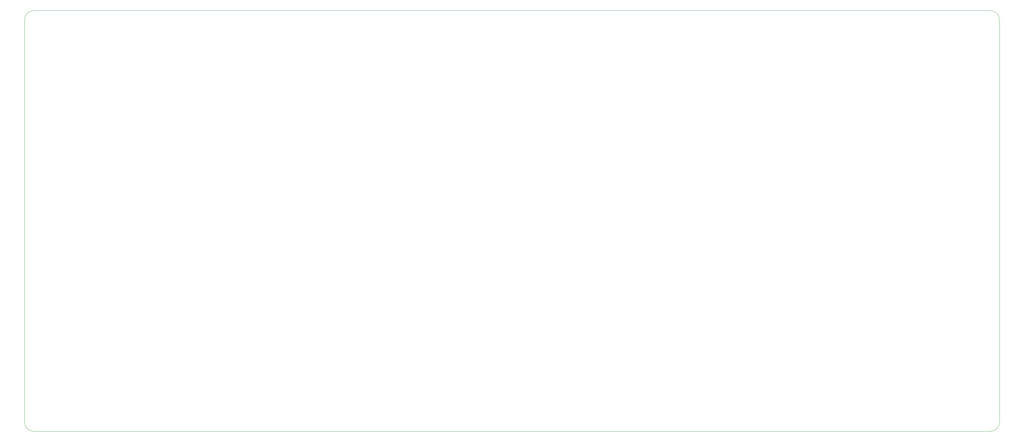
<source format=gbr>
%TF.GenerationSoftware,KiCad,Pcbnew,7.0.9*%
%TF.CreationDate,2023-11-26T21:00:59+00:00*%
%TF.ProjectId,rosco_m68k_keyboard-2,726f7363-6f5f-46d3-9638-6b5f6b657962,0*%
%TF.SameCoordinates,Original*%
%TF.FileFunction,Profile,NP*%
%FSLAX46Y46*%
G04 Gerber Fmt 4.6, Leading zero omitted, Abs format (unit mm)*
G04 Created by KiCad (PCBNEW 7.0.9) date 2023-11-26 21:00:59*
%MOMM*%
%LPD*%
G01*
G04 APERTURE LIST*
%TA.AperFunction,Profile*%
%ADD10C,0.050000*%
%TD*%
G04 APERTURE END LIST*
D10*
X371878720Y-85878680D02*
G75*
G03*
X368878680Y-82878680I-3000020J-20D01*
G01*
X368878680Y-216878680D02*
G75*
G03*
X371878680Y-213878680I20J2999980D01*
G01*
X368878680Y-216878680D02*
X64878680Y-216878680D01*
X61878720Y-213878680D02*
G75*
G03*
X64878680Y-216878680I2999980J-20D01*
G01*
X64878680Y-82878680D02*
G75*
G03*
X61878680Y-85878680I20J-3000020D01*
G01*
X371878680Y-85878680D02*
X371878680Y-213878680D01*
X64878680Y-82878680D02*
X368878680Y-82878680D01*
X61878680Y-213878680D02*
X61878680Y-85878680D01*
M02*

</source>
